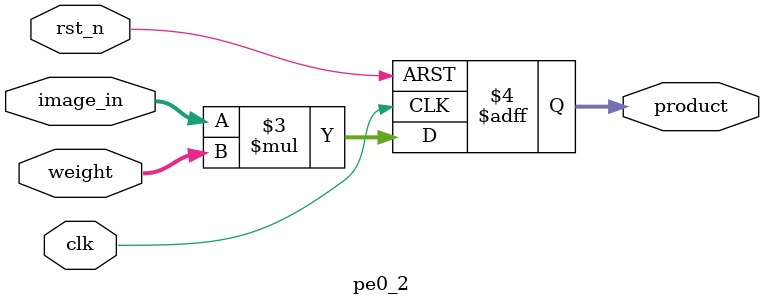
<source format=v>
module pe0_2(
	input 							clk,
	input 							rst_n,
		
	input 			signed	[7:0]		image_in,
	input 			signed	[7:0]		weight,
	output 		reg	signed	[7:0]		product
);

always@(posedge clk or negedge rst_n)begin
	if(!rst_n)begin
		product <= 8'b0;
	end
	else begin
		product <= image_in * weight;
	end
end

endmodule

</source>
